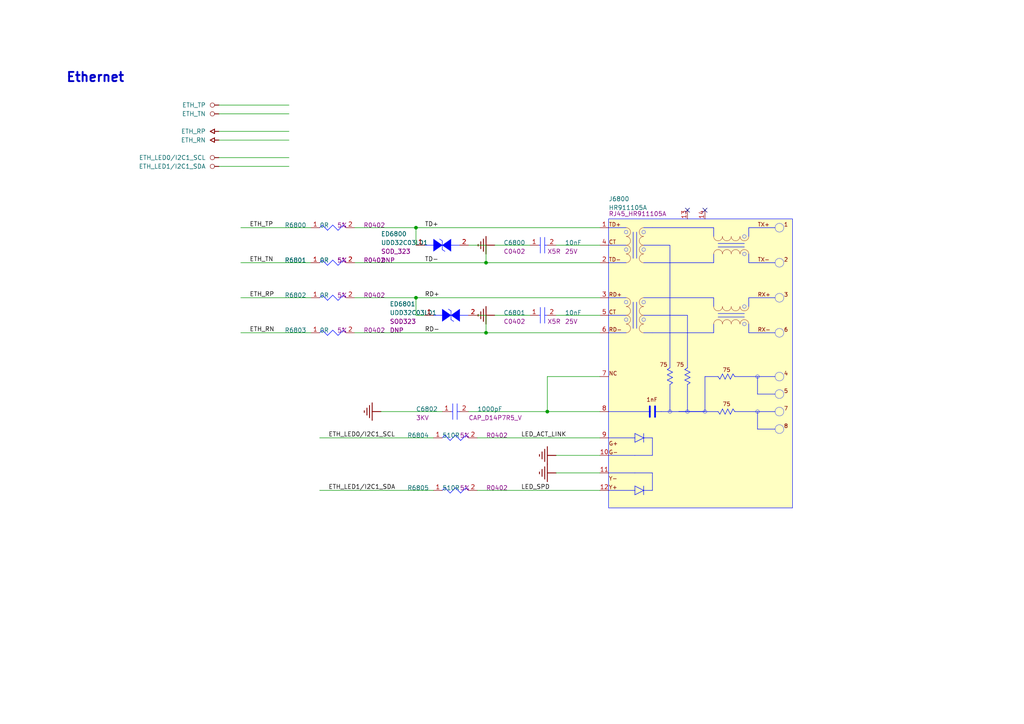
<source format=kicad_sch>
(kicad_sch (version 20250114) (generator "eeschema") (generator_version "9.0")
  (paper "A4")
  (lib_symbols
    (symbol "*:root_0_DIODE BI_DIR TRIG_*" (pin_names (hide yes))
      (symbol "root_0_DIODE BI_DIR TRIG_*_1_0"
        (polyline (pts (xy 0 -2.54) (xy 2.54 -2.54)) (stroke (width 0) (color 0 11 255 1)))
        (polyline (pts (xy 5.08 -1.27) (xy 4.318 -0.762)) (stroke (width 0) (color 0 11 255 1)))
        (polyline (pts (xy 5.08 -1.27) (xy 5.08 -3.81)) (stroke (width 0) (color 0 11 255 1)))
        (polyline (pts (xy 5.08 -2.54) (xy 5.08 -2.54) (xy 2.54 -4.318) (xy 2.54 -0.762) (xy 5.08 -2.54) (xy 5.08 -2.54)) (stroke (width 0.0254) (color 0 11 255 1)) (fill (type color) (color 0 0 255 1)))
        (polyline (pts (xy 5.08 -2.54) (xy 5.08 -2.54) (xy 7.62 -0.762) (xy 7.62 -4.318) (xy 5.08 -2.54) (xy 5.08 -2.54)) (stroke (width 0.0254) (color 0 11 255 1)) (fill (type color) (color 0 0 255 1)))
        (polyline (pts (xy 5.08 -3.81) (xy 5.842 -4.318)) (stroke (width 0) (color 0 11 255 1)))
        (polyline (pts (xy 7.62 -2.54) (xy 10.16 -2.54)) (stroke (width 0) (color 0 11 255 1)))
        (pin passive line (at -2.54 -2.54 0) (length 2.54) (name "1") (number "1"))
        (pin passive line (at 12.7 -2.54 180) (length 2.54) (name "2") (number "2"))
      )
    )
    (symbol "*:root_0_HR911105A_*" (pin_names (hide yes))
      (symbol "root_0_HR911105A_*_1_0"
        (polyline (pts (xy 0 -2.54) (xy 5.08 -2.54)) (stroke (width 0) (color 0 11 255 1)))
        (polyline (pts (xy 0 -7.62) (xy 5.08 -7.62)) (stroke (width 0) (color 0 11 255 1)))
        (polyline (pts (xy 0 -12.7) (xy 5.08 -12.7)) (stroke (width 0) (color 0 11 255 1)))
        (polyline (pts (xy 0 -22.86) (xy 5.08 -22.86)) (stroke (width 0) (color 0 11 255 1)))
        (polyline (pts (xy 0 -27.94) (xy 5.08 -27.94)) (stroke (width 0) (color 0 11 255 1)))
        (polyline (pts (xy 0 -33.02) (xy 5.08 -33.02)) (stroke (width 0) (color 0 11 255 1)))
        (polyline (pts (xy 0 -63.5) (xy 7.62 -63.5)) (stroke (width 0) (color 0 11 255 1)))
        (polyline (pts (xy 0 -68.58) (xy 7.62 -68.58)) (stroke (width 0) (color 0 11 255 1)))
        (polyline (pts (xy 0 -73.66) (xy 7.62 -73.66)) (stroke (width 0) (color 0 11 255 1)))
        (polyline (pts (xy 0 -78.74) (xy 7.62 -78.74)) (stroke (width 0) (color 0 11 255 1)))
        (arc (start 5.08 -2.54) (mid 5.978 -2.912) (end 6.35 -3.81) (stroke (width 0.0254)))
        (circle (center 5.08 -3.81) (radius 0.508) (stroke (width 0.0254) (color 0 11 255 1)) (fill (type color) (color 0 0 255 1)))
        (arc (start 6.35 -3.81) (mid 5.978 -4.708) (end 5.08 -5.08) (stroke (width 0.0254)))
        (arc (start 5.08 -5.08) (mid 5.978 -5.452) (end 6.35 -6.35) (stroke (width 0.0254)))
        (arc (start 6.35 -6.35) (mid 5.978 -7.248) (end 5.08 -7.62) (stroke (width 0.0254)))
        (arc (start 5.08 -7.62) (mid 5.978 -7.992) (end 6.35 -8.89) (stroke (width 0.0254)))
        (circle (center 5.08 -8.89) (radius 0.508) (stroke (width 0.0254) (color 0 11 255 1)) (fill (type color) (color 0 0 255 1)))
        (arc (start 6.35 -8.89) (mid 5.978 -9.788) (end 5.08 -10.16) (stroke (width 0.0254)))
        (arc (start 5.08 -10.16) (mid 5.978 -10.532) (end 6.35 -11.43) (stroke (width 0.0254)))
        (arc (start 6.35 -11.43) (mid 5.978 -12.328) (end 5.08 -12.7) (stroke (width 0.0254)))
        (arc (start 5.08 -22.86) (mid 5.978 -23.232) (end 6.35 -24.13) (stroke (width 0.0254)))
        (circle (center 5.08 -24.13) (radius 0.508) (stroke (width 0.0254) (color 0 11 255 1)) (fill (type color) (color 0 0 255 1)))
        (arc (start 6.35 -24.13) (mid 5.978 -25.028) (end 5.08 -25.4) (stroke (width 0.0254)))
        (arc (start 5.08 -25.4) (mid 5.978 -25.772) (end 6.35 -26.67) (stroke (width 0.0254)))
        (arc (start 6.35 -26.67) (mid 5.978 -27.568) (end 5.08 -27.94) (stroke (width 0.0254)))
        (arc (start 5.08 -27.94) (mid 5.978 -28.312) (end 6.35 -29.21) (stroke (width 0.0254)))
        (circle (center 5.08 -29.21) (radius 0.508) (stroke (width 0.0254) (color 0 11 255 1)) (fill (type color) (color 0 0 255 1)))
        (arc (start 6.35 -29.21) (mid 5.978 -30.108) (end 5.08 -30.48) (stroke (width 0.0254)))
        (arc (start 5.08 -30.48) (mid 5.978 -30.852) (end 6.35 -31.75) (stroke (width 0.0254)))
        (arc (start 6.35 -31.75) (mid 5.978 -32.648) (end 5.08 -33.02) (stroke (width 0.0254)))
        (polyline (pts (xy 7.112 -3.81) (xy 7.112 -11.43)) (stroke (width 0) (color 0 11 255 1)))
        (polyline (pts (xy 7.112 -24.13) (xy 7.112 -31.75)) (stroke (width 0) (color 0 11 255 1)))
        (polyline (pts (xy 7.62 -62.23) (xy 7.62 -63.5)) (stroke (width 0) (color 0 11 255 1)))
        (polyline (pts (xy 7.62 -62.23) (xy 10.16 -63.5)) (stroke (width 0) (color 0 11 255 1)))
        (polyline (pts (xy 7.62 -64.77) (xy 7.62 -63.5)) (stroke (width 0) (color 0 11 255 1)))
        (polyline (pts (xy 7.62 -64.77) (xy 10.16 -63.5)) (stroke (width 0) (color 0 11 255 1)))
        (polyline (pts (xy 7.62 -68.58) (xy 12.7 -68.58)) (stroke (width 0) (color 0 11 255 1)))
        (polyline (pts (xy 7.62 -73.66) (xy 12.7 -73.66)) (stroke (width 0) (color 0 11 255 1)))
        (polyline (pts (xy 7.62 -77.47) (xy 7.62 -78.74)) (stroke (width 0) (color 0 11 255 1)))
        (polyline (pts (xy 7.62 -77.47) (xy 10.16 -78.74)) (stroke (width 0) (color 0 11 255 1)))
        (polyline (pts (xy 7.62 -80.01) (xy 7.62 -78.74)) (stroke (width 0) (color 0 11 255 1)))
        (polyline (pts (xy 7.62 -80.01) (xy 10.16 -78.74)) (stroke (width 0) (color 0 11 255 1)))
        (polyline (pts (xy 8.128 -3.81) (xy 8.128 -11.43)) (stroke (width 0) (color 0 11 255 1)))
        (polyline (pts (xy 8.128 -24.13) (xy 8.128 -31.75)) (stroke (width 0) (color 0 11 255 1)))
        (arc (start 8.89 -3.81) (mid 9.262 -2.912) (end 10.16 -2.54) (stroke (width 0.0254)))
        (circle (center 10.16 -3.81) (radius 0.508) (stroke (width 0.0254) (color 0 11 255 1)) (fill (type color) (color 0 0 255 1)))
        (arc (start 10.16 -5.08) (mid 9.262 -4.708) (end 8.89 -3.81) (stroke (width 0.0254)))
        (arc (start 8.89 -6.35) (mid 9.262 -5.452) (end 10.16 -5.08) (stroke (width 0.0254)))
        (arc (start 10.16 -7.62) (mid 9.262 -7.248) (end 8.89 -6.35) (stroke (width 0.0254)))
        (polyline (pts (xy 10.16 -7.62) (xy 10.16 -7.62) (xy 17.78 -7.62) (xy 17.78 -43.18)) (stroke (width 0) (color 0 11 255 1)))
        (arc (start 8.89 -8.89) (mid 9.262 -7.992) (end 10.16 -7.62) (stroke (width 0.0254)))
        (circle (center 10.16 -8.89) (radius 0.508) (stroke (width 0.0254) (color 0 11 255 1)) (fill (type color) (color 0 0 255 1)))
        (arc (start 10.16 -10.16) (mid 9.262 -9.788) (end 8.89 -8.89) (stroke (width 0.0254)))
        (arc (start 8.89 -11.43) (mid 9.262 -10.532) (end 10.16 -10.16) (stroke (width 0.0254)))
        (arc (start 10.16 -12.7) (mid 9.262 -12.328) (end 8.89 -11.43) (stroke (width 0.0254)))
        (polyline (pts (xy 10.16 -12.7) (xy 12.7 -12.7)) (stroke (width 0) (color 0 11 255 1)))
        (arc (start 8.89 -24.13) (mid 9.262 -23.232) (end 10.16 -22.86) (stroke (width 0.0254)))
        (circle (center 10.16 -24.13) (radius 0.508) (stroke (width 0.0254) (color 0 11 255 1)) (fill (type color) (color 0 0 255 1)))
        (arc (start 10.16 -25.4) (mid 9.262 -25.028) (end 8.89 -24.13) (stroke (width 0.0254)))
        (arc (start 8.89 -26.67) (mid 9.262 -25.772) (end 10.16 -25.4) (stroke (width 0.0254)))
        (arc (start 10.16 -27.94) (mid 9.262 -27.568) (end 8.89 -26.67) (stroke (width 0.0254)))
        (polyline (pts (xy 10.16 -27.94) (xy 10.16 -27.94) (xy 22.86 -27.94) (xy 22.86 -43.18)) (stroke (width 0) (color 0 11 255 1)))
        (arc (start 8.89 -29.21) (mid 9.262 -28.312) (end 10.16 -27.94) (stroke (width 0.0254)))
        (circle (center 10.16 -29.21) (radius 0.508) (stroke (width 0.0254) (color 0 11 255 1)) (fill (type color) (color 0 0 255 1)))
        (arc (start 10.16 -30.48) (mid 9.262 -30.108) (end 8.89 -29.21) (stroke (width 0.0254)))
        (arc (start 8.89 -31.75) (mid 9.262 -30.852) (end 10.16 -30.48) (stroke (width 0.0254)))
        (arc (start 10.16 -33.02) (mid 9.262 -32.648) (end 8.89 -31.75) (stroke (width 0.0254)))
        (polyline (pts (xy 10.16 -33.02) (xy 12.7 -33.02)) (stroke (width 0) (color 0 11 255 1)))
        (polyline (pts (xy 10.16 -62.23) (xy 10.16 -64.77)) (stroke (width 0) (color 0 11 255 1)))
        (polyline (pts (xy 10.16 -63.5) (xy 10.414 -63.5)) (stroke (width 0) (color 0 11 255 1)))
        (polyline (pts (xy 10.16 -77.47) (xy 10.16 -80.01)) (stroke (width 0) (color 0 11 255 1)))
        (polyline (pts (xy 10.16 -78.74) (xy 12.7 -78.74)) (stroke (width 0) (color 0 11 255 1)))
        (polyline (pts (xy 11.938 -54.356) (xy 11.938 -57.404)) (stroke (width 0.508) (color 0 11 255 1)))
        (polyline (pts (xy 12.192 -55.88) (xy 0 -55.88)) (stroke (width 0) (color 0 11 255 1)))
        (polyline (pts (xy 12.7 -2.54) (xy 10.16 -2.54)) (stroke (width 0) (color 0 11 255 1)))
        (polyline (pts (xy 12.7 -22.86) (xy 10.16 -22.86)) (stroke (width 0) (color 0 11 255 1)))
        (polyline (pts (xy 12.7 -63.5) (xy 10.16 -63.5)) (stroke (width 0) (color 0 11 255 1)))
        (polyline (pts (xy 12.7 -63.5) (xy 12.7 -68.58)) (stroke (width 0) (color 0 11 255 1)))
        (polyline (pts (xy 12.7 -78.74) (xy 12.7 -73.66)) (stroke (width 0) (color 0 11 255 1)))
        (polyline (pts (xy 13.462 -54.356) (xy 13.462 -57.404)) (stroke (width 0.508) (color 0 11 255 1)))
        (polyline (pts (xy 15.24 -55.88) (xy 13.462 -55.88)) (stroke (width 0) (color 0 11 255 1)))
        (polyline (pts (xy 17.018 -43.688) (xy 17.78 -43.18)) (stroke (width 0) (color 0 11 255 1)))
        (polyline (pts (xy 17.018 -43.688) (xy 18.542 -44.45)) (stroke (width 0) (color 0 11 255 1)))
        (polyline (pts (xy 17.018 -45.212) (xy 18.542 -45.974)) (stroke (width 0) (color 0 11 255 1)))
        (polyline (pts (xy 17.018 -46.736) (xy 18.542 -47.498)) (stroke (width 0) (color 0 11 255 1)))
        (polyline (pts (xy 17.78 -48.006) (xy 17.78 -55.88)) (stroke (width 0) (color 0 11 255 1)))
        (circle (center 17.78 -55.88) (radius 0.508) (stroke (width 0.0254) (color 0 11 255 1)) (fill (type color) (color 0 0 255 1)))
        (polyline (pts (xy 18.542 -44.45) (xy 17.018 -45.212)) (stroke (width 0) (color 0 11 255 1)))
        (polyline (pts (xy 18.542 -45.974) (xy 17.018 -46.736)) (stroke (width 0) (color 0 11 255 1)))
        (polyline (pts (xy 18.542 -47.498) (xy 17.78 -48.006)) (stroke (width 0) (color 0 11 255 1)))
        (polyline (pts (xy 22.098 -43.688) (xy 22.86 -43.18)) (stroke (width 0) (color 0 11 255 1)))
        (polyline (pts (xy 22.098 -43.688) (xy 23.622 -44.45)) (stroke (width 0) (color 0 11 255 1)))
        (polyline (pts (xy 22.098 -45.212) (xy 23.622 -45.974)) (stroke (width 0) (color 0 11 255 1)))
        (polyline (pts (xy 22.098 -46.736) (xy 23.622 -47.498)) (stroke (width 0) (color 0 11 255 1)))
        (polyline (pts (xy 22.86 -48.006) (xy 22.86 -55.88)) (stroke (width 0) (color 0 11 255 1)))
        (circle (center 22.86 -55.88) (radius 0.508) (stroke (width 0.0254) (color 0 11 255 1)) (fill (type color) (color 0 0 255 1)))
        (polyline (pts (xy 23.622 -44.45) (xy 22.098 -45.212)) (stroke (width 0) (color 0 11 255 1)))
        (polyline (pts (xy 23.622 -45.974) (xy 22.098 -46.736)) (stroke (width 0) (color 0 11 255 1)))
        (polyline (pts (xy 23.622 -47.498) (xy 22.86 -48.006)) (stroke (width 0) (color 0 11 255 1)))
        (polyline (pts (xy 27.94 -45.72) (xy 27.94 -55.88)) (stroke (width 0) (color 0 11 255 1)))
        (polyline (pts (xy 27.94 -55.88) (xy 15.24 -55.88)) (stroke (width 0) (color 0 11 255 1)))
        (circle (center 27.94 -55.88) (radius 0.508) (stroke (width 0.0254) (color 0 11 255 1)) (fill (type color) (color 0 0 255 1)))
        (polyline (pts (xy 30.48 -2.54) (xy 12.7 -2.54)) (stroke (width 0) (color 0 11 255 1)))
        (polyline (pts (xy 30.48 -2.54) (xy 30.48 -5.08)) (stroke (width 0) (color 0 11 255 1)))
        (polyline (pts (xy 30.48 -12.7) (xy 12.7 -12.7)) (stroke (width 0) (color 0 11 255 1)))
        (polyline (pts (xy 30.48 -12.7) (xy 30.48 -10.16)) (stroke (width 0) (color 0 11 255 1)))
        (polyline (pts (xy 30.48 -22.86) (xy 12.7 -22.86)) (stroke (width 0) (color 0 11 255 1)))
        (polyline (pts (xy 30.48 -22.86) (xy 30.48 -25.4)) (stroke (width 0) (color 0 11 255 1)))
        (polyline (pts (xy 30.48 -33.02) (xy 12.7 -33.02)) (stroke (width 0) (color 0 11 255 1)))
        (polyline (pts (xy 30.48 -33.02) (xy 30.48 -30.48)) (stroke (width 0) (color 0 11 255 1)))
        (arc (start 31.75 -6.35) (mid 30.852 -5.978) (end 30.48 -5.08) (stroke (width 0.0254)))
        (arc (start 33.02 -5.08) (mid 32.648 -5.978) (end 31.75 -6.35) (stroke (width 0.0254)))
        (polyline (pts (xy 31.75 -7.112) (xy 39.37 -7.112)) (stroke (width 0) (color 0 11 255 1)))
        (polyline (pts (xy 31.75 -8.128) (xy 39.37 -8.128)) (stroke (width 0) (color 0 11 255 1)))
        (arc (start 30.48 -10.16) (mid 30.852 -9.262) (end 31.75 -8.89) (stroke (width 0.0254)))
        (arc (start 31.75 -8.89) (mid 32.648 -9.262) (end 33.02 -10.16) (stroke (width 0.0254)))
        (arc (start 31.75 -26.67) (mid 30.852 -26.298) (end 30.48 -25.4) (stroke (width 0.0254)))
        (arc (start 33.02 -25.4) (mid 32.648 -26.298) (end 31.75 -26.67) (stroke (width 0.0254)))
        (polyline (pts (xy 31.75 -27.432) (xy 39.37 -27.432)) (stroke (width 0) (color 0 11 255 1)))
        (polyline (pts (xy 31.75 -28.448) (xy 39.37 -28.448)) (stroke (width 0) (color 0 11 255 1)))
        (arc (start 30.48 -30.48) (mid 30.852 -29.582) (end 31.75 -29.21) (stroke (width 0.0254)))
        (arc (start 31.75 -29.21) (mid 32.648 -29.582) (end 33.02 -30.48) (stroke (width 0.0254)))
        (polyline (pts (xy 31.75 -45.72) (xy 27.94 -45.72)) (stroke (width 0) (color 0 11 255 1)))
        (polyline (pts (xy 31.75 -55.88) (xy 20.32 -55.88)) (stroke (width 0) (color 0 11 255 1)))
        (polyline (pts (xy 32.258 -46.482) (xy 31.75 -45.72)) (stroke (width 0) (color 0 11 255 1)))
        (polyline (pts (xy 32.258 -46.482) (xy 33.02 -44.958)) (stroke (width 0) (color 0 11 255 1)))
        (polyline (pts (xy 32.258 -56.642) (xy 31.75 -55.88)) (stroke (width 0) (color 0 11 255 1)))
        (polyline (pts (xy 32.258 -56.642) (xy 33.02 -55.118)) (stroke (width 0) (color 0 11 255 1)))
        (polyline (pts (xy 33.02 -44.958) (xy 33.782 -46.482)) (stroke (width 0) (color 0 11 255 1)))
        (polyline (pts (xy 33.02 -55.118) (xy 33.782 -56.642)) (stroke (width 0) (color 0 11 255 1)))
        (polyline (pts (xy 33.782 -46.482) (xy 34.544 -44.958)) (stroke (width 0) (color 0 11 255 1)))
        (polyline (pts (xy 33.782 -56.642) (xy 34.544 -55.118)) (stroke (width 0) (color 0 11 255 1)))
        (arc (start 34.29 -6.35) (mid 33.392 -5.978) (end 33.02 -5.08) (stroke (width 0.0254)))
        (arc (start 35.56 -5.08) (mid 35.188 -5.978) (end 34.29 -6.35) (stroke (width 0.0254)))
        (arc (start 33.02 -10.16) (mid 33.392 -9.262) (end 34.29 -8.89) (stroke (width 0.0254)))
        (arc (start 34.29 -8.89) (mid 35.188 -9.262) (end 35.56 -10.16) (stroke (width 0.0254)))
        (arc (start 34.29 -26.67) (mid 33.392 -26.298) (end 33.02 -25.4) (stroke (width 0.0254)))
        (arc (start 35.56 -25.4) (mid 35.188 -26.298) (end 34.29 -26.67) (stroke (width 0.0254)))
        (arc (start 33.02 -30.48) (mid 33.392 -29.582) (end 34.29 -29.21) (stroke (width 0.0254)))
        (arc (start 34.29 -29.21) (mid 35.188 -29.582) (end 35.56 -30.48) (stroke (width 0.0254)))
        (polyline (pts (xy 34.544 -44.958) (xy 35.306 -46.482)) (stroke (width 0) (color 0 11 255 1)))
        (polyline (pts (xy 34.544 -55.118) (xy 35.306 -56.642)) (stroke (width 0) (color 0 11 255 1)))
        (polyline (pts (xy 35.306 -46.482) (xy 36.068 -44.958)) (stroke (width 0) (color 0 11 255 1)))
        (polyline (pts (xy 35.306 -56.642) (xy 36.068 -55.118)) (stroke (width 0) (color 0 11 255 1)))
        (polyline (pts (xy 36.068 -44.958) (xy 36.576 -45.72)) (stroke (width 0) (color 0 11 255 1)))
        (polyline (pts (xy 36.068 -55.118) (xy 36.576 -55.88)) (stroke (width 0) (color 0 11 255 1)))
        (polyline (pts (xy 36.576 -45.72) (xy 48.26 -45.72)) (stroke (width 0) (color 0 11 255 1)))
        (polyline (pts (xy 36.576 -55.88) (xy 48.26 -55.88)) (stroke (width 0) (color 0 11 255 1)))
        (arc (start 36.83 -6.35) (mid 35.932 -5.978) (end 35.56 -5.08) (stroke (width 0.0254)))
        (arc (start 38.1 -5.08) (mid 37.728 -5.978) (end 36.83 -6.35) (stroke (width 0.0254)))
        (arc (start 35.56 -10.16) (mid 35.932 -9.262) (end 36.83 -8.89) (stroke (width 0.0254)))
        (arc (start 36.83 -8.89) (mid 37.728 -9.262) (end 38.1 -10.16) (stroke (width 0.0254)))
        (arc (start 36.83 -26.67) (mid 35.932 -26.298) (end 35.56 -25.4) (stroke (width 0.0254)))
        (arc (start 38.1 -25.4) (mid 37.728 -26.298) (end 36.83 -26.67) (stroke (width 0.0254)))
        (arc (start 35.56 -30.48) (mid 35.932 -29.582) (end 36.83 -29.21) (stroke (width 0.0254)))
        (arc (start 36.83 -29.21) (mid 37.728 -29.582) (end 38.1 -30.48) (stroke (width 0.0254)))
        (circle (center 39.37 -5.08) (radius 0.508) (stroke (width 0.0254) (color 0 11 255 1)) (fill (type color) (color 0 0 255 1)))
        (arc (start 39.37 -6.35) (mid 38.472 -5.978) (end 38.1 -5.08) (stroke (width 0.0254)))
        (arc (start 40.64 -5.08) (mid 40.268 -5.978) (end 39.37 -6.35) (stroke (width 0.0254)))
        (arc (start 38.1 -10.16) (mid 38.472 -9.262) (end 39.37 -8.89) (stroke (width 0.0254)))
        (arc (start 39.37 -8.89) (mid 40.268 -9.262) (end 40.64 -10.16) (stroke (width 0.0254)))
        (circle (center 39.37 -10.16) (radius 0.508) (stroke (width 0.0254) (color 0 11 255 1)) (fill (type color) (color 0 0 255 1)))
        (circle (center 39.37 -25.4) (radius 0.508) (stroke (width 0.0254) (color 0 11 255 1)) (fill (type color) (color 0 0 255 1)))
        (arc (start 39.37 -26.67) (mid 38.472 -26.298) (end 38.1 -25.4) (stroke (width 0.0254)))
        (arc (start 40.64 -25.4) (mid 40.268 -26.298) (end 39.37 -26.67) (stroke (width 0.0254)))
        (arc (start 38.1 -30.48) (mid 38.472 -29.582) (end 39.37 -29.21) (stroke (width 0.0254)))
        (arc (start 39.37 -29.21) (mid 40.268 -29.582) (end 40.64 -30.48) (stroke (width 0.0254)))
        (circle (center 39.37 -30.48) (radius 0.508) (stroke (width 0.0254) (color 0 11 255 1)) (fill (type color) (color 0 0 255 1)))
        (polyline (pts (xy 40.64 -5.08) (xy 40.64 -2.54)) (stroke (width 0) (color 0 11 255 1)))
        (polyline (pts (xy 40.64 -10.16) (xy 40.64 -12.7)) (stroke (width 0) (color 0 11 255 1)))
        (polyline (pts (xy 40.64 -25.4) (xy 40.64 -22.86)) (stroke (width 0) (color 0 11 255 1)))
        (polyline (pts (xy 40.64 -30.48) (xy 40.64 -33.02)) (stroke (width 0) (color 0 11 255 1)))
        (polyline (pts (xy 43.18 -45.72) (xy 43.18 -50.8)) (stroke (width 0) (color 0 11 255 1)))
        (circle (center 43.18 -45.72) (radius 0.508) (stroke (width 0.0254) (color 0 11 255 1)) (fill (type color) (color 0 0 255 1)))
        (polyline (pts (xy 43.18 -50.8) (xy 48.26 -50.8)) (stroke (width 0) (color 0 11 255 1)))
        (polyline (pts (xy 43.18 -55.88) (xy 43.18 -60.96)) (stroke (width 0) (color 0 11 255 1)))
        (circle (center 43.18 -55.88) (radius 0.508) (stroke (width 0.0254) (color 0 11 255 1)) (fill (type color) (color 0 0 255 1)))
        (polyline (pts (xy 43.18 -60.96) (xy 48.26 -60.96)) (stroke (width 0) (color 0 11 255 1)))
        (polyline (pts (xy 48.26 -2.54) (xy 40.64 -2.54)) (stroke (width 0) (color 0 11 255 1)))
        (polyline (pts (xy 48.26 -12.7) (xy 40.64 -12.7)) (stroke (width 0) (color 0 11 255 1)))
        (polyline (pts (xy 48.26 -22.86) (xy 40.64 -22.86)) (stroke (width 0) (color 0 11 255 1)))
        (polyline (pts (xy 48.26 -33.02) (xy 40.64 -33.02)) (stroke (width 0) (color 0 11 255 1)))
        (circle (center 49.53 -2.54) (radius 1.27) (stroke (width 0.0254) (color 0 11 255 1)))
        (circle (center 49.53 -12.7) (radius 1.27) (stroke (width 0.0254) (color 0 11 255 1)))
        (circle (center 49.53 -22.86) (radius 1.27) (stroke (width 0.0254) (color 0 11 255 1)))
        (circle (center 49.53 -33.02) (radius 1.27) (stroke (width 0.0254) (color 0 11 255 1)))
        (circle (center 49.53 -45.72) (radius 1.27) (stroke (width 0.0254) (color 0 11 255 1)))
        (circle (center 49.53 -50.8) (radius 1.27) (stroke (width 0.0254) (color 0 11 255 1)))
        (circle (center 49.53 -55.88) (radius 1.27) (stroke (width 0.0254) (color 0 11 255 1)))
        (circle (center 49.53 -60.96) (radius 1.27) (stroke (width 0.0254) (color 0 11 255 1)))
        (rectangle (start 53.34 0) (end 0 -83.82) (stroke (width 0) (color 0 11 255 1)) (fill (type background)))
        (text "TD+" (at 0 -2.286 0) (effects (font (size 1.143 1.143)) (justify left bottom)))
        (text "CT" (at 0 -7.366 0) (effects (font (size 1.143 1.143)) (justify left bottom)))
        (text "TD-" (at 0 -12.446 0) (effects (font (size 1.143 1.143)) (justify left bottom)))
        (text "RD+" (at 0 -22.606 0) (effects (font (size 1.143 1.143)) (justify left bottom)))
        (text "CT" (at 0 -27.686 0) (effects (font (size 1.143 1.143)) (justify left bottom)))
        (text "RD-" (at 0 -32.766 0) (effects (font (size 1.143 1.143)) (justify left bottom)))
        (text "NC" (at 0 -45.466 0) (effects (font (size 1.143 1.143)) (justify left bottom)))
        (text "G+" (at 0 -65.786 0) (effects (font (size 1.143 1.143)) (justify left bottom)))
        (text "G-" (at 0 -68.326 0) (effects (font (size 1.143 1.143)) (justify left bottom)))
        (text "Y-" (at 0 -75.946 0) (effects (font (size 1.143 1.143)) (justify left bottom)))
        (text "Y+" (at 0 -78.486 0) (effects (font (size 1.143 1.143)) (justify left bottom)))
        (text "1nF" (at 10.922 -53.086 0) (effects (font (size 1.143 1.143)) (justify left bottom)))
        (text "75" (at 14.732 -42.926 0) (effects (font (size 1.143 1.143)) (justify left bottom)))
        (text "75" (at 19.558 -42.926 0) (effects (font (size 1.143 1.143)) (justify left bottom)))
        (text "75" (at 33.02 -44.45 0) (effects (font (size 1.143 1.143)) (justify left bottom)))
        (text "75" (at 33.02 -54.356 0) (effects (font (size 1.143 1.143)) (justify left bottom)))
        (text "TX+" (at 43.18 -2.286 0) (effects (font (size 1.143 1.143)) (justify left bottom)))
        (text "TX-" (at 43.18 -12.446 0) (effects (font (size 1.143 1.143)) (justify left bottom)))
        (text "RX+" (at 43.18 -22.606 0) (effects (font (size 1.143 1.143)) (justify left bottom)))
        (text "RX-" (at 43.18 -32.766 0) (effects (font (size 1.143 1.143)) (justify left bottom)))
        (text "1" (at 50.8 -2.286 0) (effects (font (size 1.143 1.143)) (justify left bottom)))
        (text "2" (at 50.8 -12.446 0) (effects (font (size 1.143 1.143)) (justify left bottom)))
        (text "3" (at 50.8 -22.606 0) (effects (font (size 1.143 1.143)) (justify left bottom)))
        (text "6" (at 50.8 -32.766 0) (effects (font (size 1.143 1.143)) (justify left bottom)))
        (text "4" (at 50.8 -45.466 0) (effects (font (size 1.143 1.143)) (justify left bottom)))
        (text "5" (at 50.8 -50.546 0) (effects (font (size 1.143 1.143)) (justify left bottom)))
        (text "7" (at 50.8 -55.626 0) (effects (font (size 1.143 1.143)) (justify left bottom)))
        (text "8" (at 50.8 -60.706 0) (effects (font (size 1.143 1.143)) (justify left bottom)))
        (pin passive line (at -2.54 -2.54 0) (length 2.54) (name "P1") (number "1"))
        (pin passive line (at -2.54 -7.62 0) (length 2.54) (name "P4") (number "4"))
        (pin passive line (at -2.54 -12.7 0) (length 2.54) (name "P2") (number "2"))
        (pin passive line (at -2.54 -22.86 0) (length 2.54) (name "P3") (number "3"))
        (pin passive line (at -2.54 -27.94 0) (length 2.54) (name "P5") (number "5"))
        (pin passive line (at -2.54 -33.02 0) (length 2.54) (name "P6") (number "6"))
        (pin passive line (at -2.54 -45.72 0) (length 2.54) (name "P7") (number "7"))
        (pin passive line (at -2.54 -55.88 0) (length 2.54) (name "P8") (number "8"))
        (pin passive line (at -2.54 -63.5 0) (length 2.54) (name "G+") (number "9"))
        (pin passive line (at -2.54 -68.58 0) (length 2.54) (name "G-") (number "10"))
        (pin passive line (at -2.54 -73.66 0) (length 2.54) (name "Y-") (number "11"))
        (pin passive line (at -2.54 -78.74 0) (length 2.54) (name "Y+") (number "12"))
        (pin passive line (at 22.86 2.54 270) (length 2.54) (name "P13") (number "13"))
        (pin passive line (at 27.94 2.54 270) (length 2.54) (name "P14") (number "14"))
      )
    )
    (symbol "*:root_1_CAP NP_*" (pin_names (hide yes))
      (symbol "root_1_CAP NP_*_1_0"
        (polyline (pts (xy 0 2.54) (xy 0.508 2.54)) (stroke (width 0) (color 0 11 255 1)))
        (polyline (pts (xy 0.508 0.254) (xy 0.508 4.826)) (stroke (width 0) (color 0 11 255 1)))
        (polyline (pts (xy 1.778 0.254) (xy 1.778 4.826)) (stroke (width 0) (color 0 11 255 1)))
        (polyline (pts (xy 2.54 2.54) (xy 1.778 2.54)) (stroke (width 0) (color 0 11 255 1)))
        (pin passive line (at -2.54 2.54 0) (length 2.54) (name "1") (number "1"))
        (pin passive line (at 5.08 2.54 180) (length 2.54) (name "2") (number "2"))
      )
    )
    (symbol "*:root_1_RESISTOR_Dup1_*" (pin_names (hide yes))
      (symbol "root_1_RESISTOR_Dup1_*_1_0"
        (polyline (pts (xy 0 2.54) (xy 0.762 3.302)) (stroke (width 0) (color 0 11 255 1)))
        (polyline (pts (xy 0.762 3.302) (xy 2.286 1.778)) (stroke (width 0) (color 0 11 255 1)))
        (polyline (pts (xy 2.286 1.778) (xy 3.81 3.302)) (stroke (width 0) (color 0 11 255 1)))
        (polyline (pts (xy 3.81 3.302) (xy 5.334 1.778)) (stroke (width 0) (color 0 11 255 1)))
        (polyline (pts (xy 5.334 1.778) (xy 6.858 3.302)) (stroke (width 0) (color 0 11 255 1)))
        (polyline (pts (xy 6.858 3.302) (xy 7.62 2.54)) (stroke (width 0) (color 0 11 255 1)))
        (pin passive line (at -2.54 2.54 0) (length 2.54) (name "1") (number "1"))
        (pin passive line (at 10.16 2.54 180) (length 2.54) (name "2") (number "2"))
      )
    )
    (symbol "RV1106G_EVB1_V11_20220401LX-altium-import:ETH_LED0/I2C1_SCL_CIRCLE" (power)
      (property "Value" "ETH_LED0/I2C1_SCL" (at 0 -3.81 0))
      (symbol "ETH_LED0/I2C1_SCL_CIRCLE_0_0"
        (polyline (pts (xy 0 0) (xy 0 -1.27)) (stroke (width 0.254)))
        (circle (center 0 -1.905) (radius 0.635) (stroke (width 0.127)))
        (pin power_in line (at 0 0 0) (length 0) (hide yes) (name "ETH_LED0/I2C1_SCL") (number ""))
      )
    )
    (symbol "RV1106G_EVB1_V11_20220401LX-altium-import:ETH_LED1/I2C1_SDA_CIRCLE" (power)
      (property "Value" "ETH_LED1/I2C1_SDA" (at 0 -3.81 0))
      (symbol "ETH_LED1/I2C1_SDA_CIRCLE_0_0"
        (polyline (pts (xy 0 0) (xy 0 -1.27)) (stroke (width 0.254)))
        (circle (center 0 -1.905) (radius 0.635) (stroke (width 0.127)))
        (pin power_in line (at 0 0 0) (length 0) (hide yes) (name "ETH_LED1/I2C1_SDA") (number ""))
      )
    )
    (symbol "RV1106G_EVB1_V11_20220401LX-altium-import:ETH_RN_ARROW" (power)
      (property "Value" "ETH_RN" (at 0 -3.81 0))
      (symbol "ETH_RN_ARROW_0_0"
        (polyline (pts (xy -0.635 -1.27) (xy 0.635 -1.27) (xy 0 -2.54) (xy -0.635 -1.27)) (stroke (width 0.254)))
        (polyline (pts (xy 0 0) (xy 0 -1.27)) (stroke (width 0.254)))
        (pin power_in line (at 0 0 0) (length 0) (hide yes) (name "ETH_RN") (number ""))
      )
    )
    (symbol "RV1106G_EVB1_V11_20220401LX-altium-import:ETH_RP_ARROW" (power)
      (property "Value" "ETH_RP" (at 0 -3.81 0))
      (symbol "ETH_RP_ARROW_0_0"
        (polyline (pts (xy -0.635 -1.27) (xy 0.635 -1.27) (xy 0 -2.54) (xy -0.635 -1.27)) (stroke (width 0.254)))
        (polyline (pts (xy 0 0) (xy 0 -1.27)) (stroke (width 0.254)))
        (pin power_in line (at 0 0 0) (length 0) (hide yes) (name "ETH_RP") (number ""))
      )
    )
    (symbol "RV1106G_EVB1_V11_20220401LX-altium-import:ETH_TN_CIRCLE" (power)
      (property "Value" "ETH_TN" (at 0 -3.81 0))
      (symbol "ETH_TN_CIRCLE_0_0"
        (polyline (pts (xy 0 0) (xy 0 -1.27)) (stroke (width 0.254)))
        (circle (center 0 -1.905) (radius 0.635) (stroke (width 0.127)))
        (pin power_in line (at 0 0 0) (length 0) (hide yes) (name "ETH_TN") (number ""))
      )
    )
    (symbol "RV1106G_EVB1_V11_20220401LX-altium-import:ETH_TP_CIRCLE" (power)
      (property "Value" "ETH_TP" (at 0 -3.81 0))
      (symbol "ETH_TP_CIRCLE_0_0"
        (polyline (pts (xy 0 0) (xy 0 -1.27)) (stroke (width 0.254)))
        (circle (center 0 -1.905) (radius 0.635) (stroke (width 0.127)))
        (pin power_in line (at 0 0 0) (length 0) (hide yes) (name "ETH_TP") (number ""))
      )
    )
    (symbol "RV1106G_EVB1_V11_20220401LX-altium-import:GND_POWER_GROUND" (power)
      (property "Value" "GND" (at 0 -6.35 0))
      (symbol "GND_POWER_GROUND_0_0"
        (polyline (pts (xy -2.54 -2.54) (xy 2.54 -2.54)) (stroke (width 0.254)))
        (polyline (pts (xy -1.778 -3.302) (xy 1.778 -3.302)) (stroke (width 0.254)))
        (polyline (pts (xy -1.016 -4.064) (xy 1.016 -4.064)) (stroke (width 0.254)))
        (polyline (pts (xy -0.254 -4.826) (xy 0.254 -4.826)) (stroke (width 0.254)))
        (polyline (pts (xy 0 0) (xy 0 -2.54)) (stroke (width 0.254)))
        (pin power_in line (at 0 0 0) (length 0) (hide yes) (name "GND") (number ""))
      )
    )
    (symbol "root_0_DIODE BI_DIR TRIG_*_1" (pin_names (hide yes))
      (symbol "root_0_DIODE BI_DIR TRIG_*_1_1_0"
        (polyline (pts (xy 0 -2.54) (xy 2.54 -2.54)) (stroke (width 0) (color 0 11 255 1)))
        (polyline (pts (xy 5.08 -1.27) (xy 4.318 -0.762)) (stroke (width 0) (color 0 11 255 1)))
        (polyline (pts (xy 5.08 -1.27) (xy 5.08 -3.81)) (stroke (width 0) (color 0 11 255 1)))
        (polyline (pts (xy 5.08 -2.54) (xy 5.08 -2.54) (xy 2.54 -4.318) (xy 2.54 -0.762) (xy 5.08 -2.54) (xy 5.08 -2.54)) (stroke (width 0.0254) (color 0 11 255 1)) (fill (type color) (color 0 0 255 1)))
        (polyline (pts (xy 5.08 -2.54) (xy 5.08 -2.54) (xy 7.62 -0.762) (xy 7.62 -4.318) (xy 5.08 -2.54) (xy 5.08 -2.54)) (stroke (width 0.0254) (color 0 11 255 1)) (fill (type color) (color 0 0 255 1)))
        (polyline (pts (xy 5.08 -3.81) (xy 5.842 -4.318)) (stroke (width 0) (color 0 11 255 1)))
        (polyline (pts (xy 7.62 -2.54) (xy 10.16 -2.54)) (stroke (width 0) (color 0 11 255 1)))
        (pin passive line (at -2.54 -2.54 0) (length 2.54) (name "1") (number "1"))
        (pin passive line (at 12.7 -2.54 180) (length 2.54) (name "2") (number "2"))
      )
    )
    (symbol "root_1_CAP NP_*_1" (pin_names (hide yes))
      (symbol "root_1_CAP NP_*_1_1_0"
        (polyline (pts (xy 0 2.54) (xy 0.508 2.54)) (stroke (width 0) (color 0 11 255 1)))
        (polyline (pts (xy 0.508 0.254) (xy 0.508 4.826)) (stroke (width 0) (color 0 11 255 1)))
        (polyline (pts (xy 1.778 0.254) (xy 1.778 4.826)) (stroke (width 0) (color 0 11 255 1)))
        (polyline (pts (xy 2.54 2.54) (xy 1.778 2.54)) (stroke (width 0) (color 0 11 255 1)))
        (pin passive line (at -2.54 2.54 0) (length 2.54) (name "1") (number "1"))
        (pin passive line (at 5.08 2.54 180) (length 2.54) (name "2") (number "2"))
      )
    )
    (symbol "root_1_CAP NP_*_2" (pin_names (hide yes))
      (symbol "root_1_CAP NP_*_2_1_0"
        (polyline (pts (xy 0 2.54) (xy 0.508 2.54)) (stroke (width 0) (color 0 11 255 1)))
        (polyline (pts (xy 0.508 0.254) (xy 0.508 4.826)) (stroke (width 0) (color 0 11 255 1)))
        (polyline (pts (xy 1.778 0.254) (xy 1.778 4.826)) (stroke (width 0) (color 0 11 255 1)))
        (polyline (pts (xy 2.54 2.54) (xy 1.778 2.54)) (stroke (width 0) (color 0 11 255 1)))
        (pin passive line (at -2.54 2.54 0) (length 2.54) (name "1") (number "1"))
        (pin passive line (at 5.08 2.54 180) (length 2.54) (name "2") (number "2"))
      )
    )
    (symbol "root_1_RESISTOR_Dup1_*_1" (pin_names (hide yes))
      (symbol "root_1_RESISTOR_Dup1_*_1_1_0"
        (polyline (pts (xy 0 2.54) (xy 0.762 3.302)) (stroke (width 0) (color 0 11 255 1)))
        (polyline (pts (xy 0.762 3.302) (xy 2.286 1.778)) (stroke (width 0) (color 0 11 255 1)))
        (polyline (pts (xy 2.286 1.778) (xy 3.81 3.302)) (stroke (width 0) (color 0 11 255 1)))
        (polyline (pts (xy 3.81 3.302) (xy 5.334 1.778)) (stroke (width 0) (color 0 11 255 1)))
        (polyline (pts (xy 5.334 1.778) (xy 6.858 3.302)) (stroke (width 0) (color 0 11 255 1)))
        (polyline (pts (xy 6.858 3.302) (xy 7.62 2.54)) (stroke (width 0) (color 0 11 255 1)))
        (pin passive line (at -2.54 2.54 0) (length 2.54) (name "1") (number "1"))
        (pin passive line (at 10.16 2.54 180) (length 2.54) (name "2") (number "2"))
      )
    )
    (symbol "root_1_RESISTOR_Dup1_*_2" (pin_names (hide yes))
      (symbol "root_1_RESISTOR_Dup1_*_2_1_0"
        (polyline (pts (xy 0 2.54) (xy 0.762 3.302)) (stroke (width 0) (color 0 11 255 1)))
        (polyline (pts (xy 0.762 3.302) (xy 2.286 1.778)) (stroke (width 0) (color 0 11 255 1)))
        (polyline (pts (xy 2.286 1.778) (xy 3.81 3.302)) (stroke (width 0) (color 0 11 255 1)))
        (polyline (pts (xy 3.81 3.302) (xy 5.334 1.778)) (stroke (width 0) (color 0 11 255 1)))
        (polyline (pts (xy 5.334 1.778) (xy 6.858 3.302)) (stroke (width 0) (color 0 11 255 1)))
        (polyline (pts (xy 6.858 3.302) (xy 7.62 2.54)) (stroke (width 0) (color 0 11 255 1)))
        (pin passive line (at -2.54 2.54 0) (length 2.54) (name "1") (number "1"))
        (pin passive line (at 10.16 2.54 180) (length 2.54) (name "2") (number "2"))
      )
    )
  )
  (text "Ethernet" (at 19.05 24.13 0) (effects (font (size 2.667 2.667) (thickness 0.5334) (bold yes)) (justify left bottom)))
  (junction (at 120.65 66.04))
  (junction (at 120.65 86.36))
  (junction (at 140.97 96.52))
  (junction (at 158.75 119.38))
  (junction (at 140.97 76.2))
  (no_connect (at 204.47 60.96))
  (no_connect (at 199.39 60.96))
  (wire (pts (xy 173.99 132.08) (xy 161.29 132.08)))
  (wire (pts (xy 90.17 76.2) (xy 69.85 76.2)))
  (wire (pts (xy 125.73 127) (xy 92.71 127)))
  (wire (pts (xy 102.87 96.52) (xy 140.97 96.52)))
  (wire (pts (xy 158.75 119.38) (xy 173.99 119.38)))
  (wire (pts (xy 63.5 30.48) (xy 83.82 30.48)))
  (wire (pts (xy 102.87 76.2) (xy 140.97 76.2)))
  (wire (pts (xy 120.65 66.04) (xy 102.87 66.04)))
  (wire (pts (xy 83.82 45.72) (xy 63.5 45.72)))
  (wire (pts (xy 83.82 40.64) (xy 63.5 40.64)))
  (wire (pts (xy 90.17 86.36) (xy 69.85 86.36)))
  (wire (pts (xy 125.73 142.24) (xy 92.71 142.24)))
  (wire (pts (xy 63.5 33.02) (xy 83.82 33.02)))
  (wire (pts (xy 123.19 91.44) (xy 120.65 91.44)))
  (wire (pts (xy 158.75 119.38) (xy 158.75 109.22)))
  (wire (pts (xy 128.27 119.38) (xy 110.49 119.38)))
  (wire (pts (xy 83.82 38.1) (xy 63.5 38.1)))
  (wire (pts (xy 173.99 71.12) (xy 161.29 71.12)))
  (wire (pts (xy 83.82 48.26) (xy 63.5 48.26)))
  (wire (pts (xy 173.99 127) (xy 138.43 127)))
  (wire (pts (xy 90.17 66.04) (xy 69.85 66.04)))
  (wire (pts (xy 90.17 96.52) (xy 69.85 96.52)))
  (wire (pts (xy 140.97 91.44) (xy 138.43 91.44)))
  (wire (pts (xy 140.97 76.2) (xy 140.97 71.12)))
  (wire (pts (xy 173.99 142.24) (xy 138.43 142.24)))
  (wire (pts (xy 173.99 66.04) (xy 120.65 66.04)))
  (wire (pts (xy 120.65 71.12) (xy 120.65 66.04)))
  (wire (pts (xy 140.97 76.2) (xy 173.99 76.2)))
  (wire (pts (xy 153.67 71.12) (xy 143.51 71.12)))
  (wire (pts (xy 173.99 91.44) (xy 161.29 91.44)))
  (wire (pts (xy 140.97 71.12) (xy 135.89 71.12)))
  (wire (pts (xy 173.99 86.36) (xy 120.65 86.36)))
  (wire (pts (xy 173.99 137.16) (xy 161.29 137.16)))
  (wire (pts (xy 120.65 86.36) (xy 102.87 86.36)))
  (wire (pts (xy 158.75 109.22) (xy 173.99 109.22)))
  (wire (pts (xy 135.89 119.38) (xy 158.75 119.38)))
  (wire (pts (xy 120.65 91.44) (xy 120.65 86.36)))
  (wire (pts (xy 140.97 96.52) (xy 140.97 91.44)))
  (wire (pts (xy 153.67 91.44) (xy 143.51 91.44)))
  (wire (pts (xy 140.97 96.52) (xy 173.99 96.52)))
  (label "ETH_RN" (at 72.39 96.52 0))
  (label "ETH_LED1/I2C1_SDA" (at 95.25 142.24 0))
  (label "ETH_TN" (at 72.39 76.2 0))
  (label "LED_ACT_LINK" (at 151.13 127 0))
  (label "RD-" (at 123.19 96.52 0))
  (label "TD+" (at 123.19 66.04 0))
  (label "ETH_LED0/I2C1_SCL" (at 95.25 127 0))
  (label "ETH_TP" (at 72.39 66.04 0))
  (label "RD+" (at 123.19 86.36 0))
  (label "TD-" (at 123.19 76.2 0))
  (label "LED_SPD" (at 151.13 142.24 0))
  (label "ETH_RP" (at 72.39 86.36 0))
  (symbol (lib_id "*:root_0_DIODE BI_DIR TRIG_*") (at 123.19 68.58 0) (unit 1)
    (property "Reference" "ED6800" (at 110.49 68.58 0) (effects (justify left bottom)))
    (property "Value" "UDD32C03L01" (at 110.49 71.12 0) (effects (justify left bottom)))
    (property "Footprint" "SOD_323" (effects (hide yes)))
    (property "Description" "1 Lines, Uni-directional, Transient Voltage Suppressors" (effects (hide yes)))
    (property "PCB FOOTPRINT" "SOD_323" (at 110.49 73.66 0) (effects (justify left bottom)))
    (property "OPTION" "DNP" (at 110.49 76.2 0) (effects (justify left bottom)))
    (property "CREATED BY" "JJJ" (effects (hide yes)))
    (property "MANUFACTURER PN" "ESD5601W" (effects (hide yes)))
    (property "MANUFACTURER" "WillSemi(韦尔半导体)" (effects (hide yes)))
    (property "PART TYPE" "ESD_TVS" (effects (hide yes)))
    (property "PRIORITY" "A" (effects (hide yes)))
    (property "RK PN" "ESD5601W" (effects (hide yes)))
  )
  (symbol (lib_id "*:root_1_RESISTOR_Dup1_*") (at 92.71 99.06 0) (unit 1)
    (property "Reference" "R6803" (at 82.55 96.52 0) (effects (justify left bottom)))
    (property "Value" "0R" (at 92.71 96.52 0) (effects (justify left bottom)))
    (property "Footprint" "R0402" (effects (hide yes)))
    (property "Description" "通用厚膜电阻,0R,+/-5%,R0402,1/16W." (effects (hide yes)))
    (property "PCB FOOTPRINT" "R0402" (at 105.41 96.52 0) (effects (justify left bottom)))
    (property "TOLERANCE" "5%" (at 97.79 96.52 0) (effects (justify left bottom)))
    (property "CREATED BY" "YTL" (effects (hide yes)))
    (property "MANUFACTURER PN" "RC0402JR-070RL" (effects (hide yes)))
    (property "MANUFACTURER" "YAGEO" (effects (hide yes)))
    (property "WATTAGE" "1/16W" (effects (hide yes)))
    (property "PART TYPE" "通用厚膜电阻" (effects (hide yes)))
    (property "PRIORITY" "A" (effects (hide yes)))
    (property "RK PN" "RC0402JR-070RL" (effects (hide yes)))
  )
  (symbol (lib_id "*:root_1_RESISTOR_Dup1_*") (at 92.71 88.9 0) (unit 1)
    (property "Reference" "R6802" (at 82.55 86.36 0) (effects (justify left bottom)))
    (property "Value" "0R" (at 92.71 86.36 0) (effects (justify left bottom)))
    (property "Footprint" "R0402" (effects (hide yes)))
    (property "Description" "通用厚膜电阻,0R,+/-5%,R0402,1/16W." (effects (hide yes)))
    (property "PCB FOOTPRINT" "R0402" (at 105.41 86.36 0) (effects (justify left bottom)))
    (property "TOLERANCE" "5%" (at 97.79 86.36 0) (effects (justify left bottom)))
    (property "RK PN" "RC0402JR-070RL" (effects (hide yes)))
    (property "PRIORITY" "A" (effects (hide yes)))
    (property "PART TYPE" "通用厚膜电阻" (effects (hide yes)))
    (property "WATTAGE" "1/16W" (effects (hide yes)))
    (property "MANUFACTURER" "YAGEO" (effects (hide yes)))
    (property "MANUFACTURER PN" "RC0402JR-070RL" (effects (hide yes)))
    (property "CREATED BY" "YTL" (effects (hide yes)))
  )
  (symbol (lib_id "*:root_0_HR911105A_*") (at 176.53 63.5 0) (unit 1)
    (property "Reference" "J6800" (at 176.53 58.42 0) (effects (justify left bottom)))
    (property "Value" "HR911105A" (at 176.53 60.96 0) (effects (justify left bottom)))
    (property "Footprint" "RJ45_PULSE" (effects (hide yes)))
    (property "Description" "百兆网口接口，内置变压器" (effects (hide yes)))
    (property "VAL" "HR911105A" (effects (hide yes)))
    (property "REF" "J00-0061" (effects (hide yes)))
    (property "DESIG" "10/100 base TX LXT971A" (effects (hide yes)))
    (property "BOI" "RJ45" (effects (hide yes)))
    (property "FAB" "PULSE" (effects (hide yes)))
    (property "DEV" "CON_PULSE_J00-61" (effects (hide yes)))
    (property "CREATED BY" "JJJ" (effects (hide yes)))
    (property "MANUFACTURER PART NUMBER" "HR911105A" (effects (hide yes)))
    (property "MANUFACTURER" "汉仁电子" (effects (hide yes)))
    (property "PART TYPE" "Ethernet Jack" (effects (hide yes)))
    (property "PRIORITY" "A" (effects (hide yes)))
    (property "RK PN" "HR911105A" (effects (hide yes)))
    (property "PCB FOOTPRINT" "RJ45_HR911105A" (at 176.53 62.738 0) (effects (justify left bottom)))
  )
  (symbol (lib_id "RV1106G_EVB1_V11_20220401LX-altium-import:GND_POWER_GROUND") (at 161.29 137.16 270) (unit 1)
    (property "Reference" "#PWR?" (effects (hide yes)))
    (property "Value" "GND" (effects (hide yes)))
  )
  (symbol (lib_name "root_1_RESISTOR_Dup1_*_1") (lib_id "*:root_1_RESISTOR_Dup1_*") (at 128.27 144.78 0) (unit 1)
    (property "Reference" "R6805" (at 118.11 142.24 0) (effects (justify left bottom)))
    (property "Value" "510R" (at 128.27 142.24 0) (effects (justify left bottom)))
    (property "Footprint" "R0402" (effects (hide yes)))
    (property "Description" "通用厚膜电阻,510R,+/-5%,R0402,1/16W." (effects (hide yes)))
    (property "PCB FOOTPRINT" "R0402" (at 140.97 142.24 0) (effects (justify left bottom)))
    (property "TOLERANCE" "5%" (at 133.35 142.24 0) (effects (justify left bottom)))
    (property "RK PN" "RC0402JR-07510RL" (effects (hide yes)))
    (property "PRIORITY" "A" (effects (hide yes)))
    (property "PART TYPE" "通用厚膜电阻" (effects (hide yes)))
    (property "WATTAGE" "1/16W" (effects (hide yes)))
    (property "MANUFACTURER" "YAGEO" (effects (hide yes)))
    (property "MANUFACTURER PN" "RC0402JR-07510RL" (effects (hide yes)))
    (property "CREATED BY" "YTL" (effects (hide yes)))
  )
  (symbol (lib_id "RV1106G_EVB1_V11_20220401LX-altium-import:ETH_LED0/I2C1_SCL_CIRCLE") (at 63.5 45.72 270) (unit 1)
    (property "Reference" "#PWR?" (effects (hide yes)))
    (property "Value" "ETH_LED0/I2C1_SCL" (at 59.69 45.72 90) (effects (justify right)))
  )
  (symbol (lib_name "root_1_CAP NP_*_2") (lib_id "*:root_1_CAP NP_*") (at 156.21 73.66 0) (unit 1)
    (property "Reference" "C6800" (at 146.05 71.12 0) (effects (justify left bottom)))
    (property "Value" "10nF" (at 163.83 71.12 0) (effects (justify left bottom)))
    (property "Footprint" "C0402" (effects (hide yes)))
    (property "Description" "cap,10.00nF,+/-10%,25V,X5R,C0402" (effects (hide yes)))
    (property "DIELECTRIC" "X5R" (at 158.75 73.66 0) (effects (justify left bottom)))
    (property "PCB FOOTPRINT" "C0402" (at 146.05 73.66 0) (effects (justify left bottom)))
    (property "VOLTAGE" "25V" (at 163.83 73.66 0) (effects (justify left bottom)))
    (property "NUMBER" "37" (effects (hide yes)))
    (property "RK PN" "C1005X5R1E103K050BA" (effects (hide yes)))
    (property "PRIORITY" "A" (effects (hide yes)))
    (property "PART TYPE" "C0402" (effects (hide yes)))
    (property "TOLERANCE" "10%" (effects (hide yes)))
    (property "MANUFACTURER" "TDK" (effects (hide yes)))
    (property "MANUFACTURER PN" "C1005X5R1E103K050BA" (effects (hide yes)))
    (property "C_VOLTAGE" "6.3V" (effects (hide yes)))
    (property "CREATED BY" "JJJ" (effects (hide yes)))
  )
  (symbol (lib_id "RV1106G_EVB1_V11_20220401LX-altium-import:GND_POWER_GROUND") (at 110.49 119.38 270) (unit 1)
    (property "Reference" "#PWR?" (effects (hide yes)))
    (property "Value" "GND" (effects (hide yes)))
  )
  (symbol (lib_id "RV1106G_EVB1_V11_20220401LX-altium-import:ETH_RP_ARROW") (at 63.5 38.1 270) (unit 1)
    (property "Reference" "#PWR?" (effects (hide yes)))
    (property "Value" "ETH_RP" (at 59.69 38.1 90) (effects (justify right)))
  )
  (symbol (lib_id "RV1106G_EVB1_V11_20220401LX-altium-import:ETH_TP_CIRCLE") (at 63.5 30.48 270) (unit 1)
    (property "Reference" "#PWR?" (effects (hide yes)))
    (property "Value" "ETH_TP" (at 59.69 30.48 90) (effects (justify right)))
  )
  (symbol (lib_id "*:root_1_RESISTOR_Dup1_*") (at 92.71 68.58 0) (unit 1)
    (property "Reference" "R6800" (at 82.55 66.04 0) (effects (justify left bottom)))
    (property "Value" "0R" (at 92.71 66.04 0) (effects (justify left bottom)))
    (property "Footprint" "R0402" (effects (hide yes)))
    (property "Description" "通用厚膜电阻,0R,+/-5%,R0402,1/16W." (effects (hide yes)))
    (property "PCB FOOTPRINT" "R0402" (at 105.41 66.04 0) (effects (justify left bottom)))
    (property "TOLERANCE" "5%" (at 97.79 66.04 0) (effects (justify left bottom)))
    (property "CREATED BY" "YTL" (effects (hide yes)))
    (property "MANUFACTURER PN" "RC0402JR-070RL" (effects (hide yes)))
    (property "MANUFACTURER" "YAGEO" (effects (hide yes)))
    (property "WATTAGE" "1/16W" (effects (hide yes)))
    (property "PART TYPE" "通用厚膜电阻" (effects (hide yes)))
    (property "PRIORITY" "A" (effects (hide yes)))
    (property "RK PN" "RC0402JR-070RL" (effects (hide yes)))
  )
  (symbol (lib_id "RV1106G_EVB1_V11_20220401LX-altium-import:ETH_RN_ARROW") (at 63.5 40.64 270) (unit 1)
    (property "Reference" "#PWR?" (effects (hide yes)))
    (property "Value" "ETH_RN" (at 59.69 40.64 90) (effects (justify right)))
  )
  (symbol (lib_id "RV1106G_EVB1_V11_20220401LX-altium-import:GND_POWER_GROUND") (at 143.51 71.12 270) (unit 1)
    (property "Reference" "#PWR?" (effects (hide yes)))
    (property "Value" "GND" (effects (hide yes)))
  )
  (symbol (lib_id "RV1106G_EVB1_V11_20220401LX-altium-import:GND_POWER_GROUND") (at 143.51 91.44 270) (unit 1)
    (property "Reference" "#PWR?" (effects (hide yes)))
    (property "Value" "GND" (effects (hide yes)))
  )
  (symbol (lib_name "root_0_DIODE BI_DIR TRIG_*_1") (lib_id "*:root_0_DIODE BI_DIR TRIG_*") (at 125.73 88.9 0) (unit 1)
    (property "Reference" "ED6801" (at 113.03 88.9 0) (effects (justify left bottom)))
    (property "Value" "UDD32C03L01" (at 113.03 91.44 0) (effects (justify left bottom)))
    (property "Footprint" "SOD323" (effects (hide yes)))
    (property "Description" "1-Line, Bi-directional, Transient Voltage Suppressors.17.5pF." (effects (hide yes)))
    (property "PCB FOOTPRINT" "SOD323" (at 113.03 93.98 0) (effects (justify left bottom)))
    (property "OPTION" "DNP" (at 113.03 96.52 0) (effects (justify left bottom)))
    (property "RK PN" "ESD5451N" (effects (hide yes)))
    (property "PRIORITY" "A" (effects (hide yes)))
    (property "PART TYPE" "ESD_TVS" (effects (hide yes)))
    (property "MANUFACTURER" "WillSemi(韦尔半导体)" (effects (hide yes)))
    (property "MANUFACTURER PN" "ESD5451N" (effects (hide yes)))
    (property "CREATED BY" "JJJ" (effects (hide yes)))
  )
  (symbol (lib_id "RV1106G_EVB1_V11_20220401LX-altium-import:ETH_TN_CIRCLE") (at 63.5 33.02 270) (unit 1)
    (property "Reference" "#PWR?" (effects (hide yes)))
    (property "Value" "ETH_TN" (at 59.69 33.02 90) (effects (justify right)))
  )
  (symbol (lib_id "RV1106G_EVB1_V11_20220401LX-altium-import:GND_POWER_GROUND") (at 161.29 132.08 270) (unit 1)
    (property "Reference" "#PWR?" (effects (hide yes)))
    (property "Value" "GND" (effects (hide yes)))
  )
  (symbol (lib_id "*:root_1_RESISTOR_Dup1_*") (at 92.71 78.74 0) (unit 1)
    (property "Reference" "R6801" (at 82.55 76.2 0) (effects (justify left bottom)))
    (property "Value" "0R" (at 92.71 76.2 0) (effects (justify left bottom)))
    (property "Footprint" "R0402" (effects (hide yes)))
    (property "Description" "通用厚膜电阻,0R,+/-5%,R0402,1/16W." (effects (hide yes)))
    (property "PCB FOOTPRINT" "R0402" (at 105.41 76.2 0) (effects (justify left bottom)))
    (property "TOLERANCE" "5%" (at 97.79 76.2 0) (effects (justify left bottom)))
    (property "CREATED BY" "YTL" (effects (hide yes)))
    (property "MANUFACTURER PN" "RC0402JR-070RL" (effects (hide yes)))
    (property "MANUFACTURER" "YAGEO" (effects (hide yes)))
    (property "WATTAGE" "1/16W" (effects (hide yes)))
    (property "PART TYPE" "通用厚膜电阻" (effects (hide yes)))
    (property "PRIORITY" "A" (effects (hide yes)))
    (property "RK PN" "RC0402JR-070RL" (effects (hide yes)))
  )
  (symbol (lib_name "root_1_CAP NP_*_1") (lib_id "*:root_1_CAP NP_*") (at 156.21 93.98 0) (unit 1)
    (property "Reference" "C6801" (at 146.05 91.44 0) (effects (justify left bottom)))
    (property "Value" "10nF" (at 163.83 91.44 0) (effects (justify left bottom)))
    (property "Footprint" "C0402" (effects (hide yes)))
    (property "Description" "cap,10.00nF,+/-10%,25V,X5R,C0402" (effects (hide yes)))
    (property "DIELECTRIC" "X5R" (at 158.75 93.98 0) (effects (justify left bottom)))
    (property "PCB FOOTPRINT" "C0402" (at 146.05 93.98 0) (effects (justify left bottom)))
    (property "VOLTAGE" "25V" (at 163.83 93.98 0) (effects (justify left bottom)))
    (property "NUMBER" "37" (effects (hide yes)))
    (property "RK PN" "C1005X5R1E103K050BA" (effects (hide yes)))
    (property "PRIORITY" "A" (effects (hide yes)))
    (property "PART TYPE" "C0402" (effects (hide yes)))
    (property "TOLERANCE" "10%" (effects (hide yes)))
    (property "MANUFACTURER" "TDK" (effects (hide yes)))
    (property "MANUFACTURER PN" "C1005X5R1E103K050BA" (effects (hide yes)))
    (property "C_VOLTAGE" "6.3V" (effects (hide yes)))
    (property "CREATED BY" "JJJ" (effects (hide yes)))
  )
  (symbol (lib_id "*:root_1_CAP NP_*") (at 130.81 121.92 0) (unit 1)
    (property "Reference" "C6802" (at 120.65 119.38 0) (effects (justify left bottom)))
    (property "Value" "1000pF" (at 138.43 119.38 0) (effects (justify left bottom)))
    (property "Footprint" "CAP_D14P7R5_V" (effects (hide yes)))
    (property "Description" "高压电容,1000pF,直径10mm，脚间距7.5mm，立式直插DIP;" (effects (hide yes)))
    (property "PCB FOOTPRINT" "CAP_D14P7R5_V" (at 135.89 121.92 0) (effects (justify left bottom)))
    (property "VOLTAGE" "3KV" (at 120.65 121.92 0) (effects (justify left bottom)))
    (property "RK PN" "CTY1AC250V2E4102M2B" (effects (hide yes)))
    (property "PRIORITY" "A" (effects (hide yes)))
    (property "PART TYPE" "高压电容" (effects (hide yes)))
    (property "TOLERANCE" "20%" (effects (hide yes)))
    (property "MANUFACTURER PN" "CTY1AC250V2E4102M2B" (effects (hide yes)))
    (property "CREATED BY" "JJJ" (effects (hide yes)))
  )
  (symbol (lib_name "root_1_RESISTOR_Dup1_*_2") (lib_id "*:root_1_RESISTOR_Dup1_*") (at 128.27 129.54 0) (unit 1)
    (property "Reference" "R6804" (at 118.11 127 0) (effects (justify left bottom)))
    (property "Value" "510R" (at 128.27 127 0) (effects (justify left bottom)))
    (property "Footprint" "R0402" (effects (hide yes)))
    (property "Description" "通用厚膜电阻,510R,+/-5%,R0402,1/16W." (effects (hide yes)))
    (property "PCB FOOTPRINT" "R0402" (at 140.97 127 0) (effects (justify left bottom)))
    (property "TOLERANCE" "5%" (at 133.35 127 0) (effects (justify left bottom)))
    (property "RK PN" "RC0402JR-07510RL" (effects (hide yes)))
    (property "PRIORITY" "A" (effects (hide yes)))
    (property "PART TYPE" "通用厚膜电阻" (effects (hide yes)))
    (property "WATTAGE" "1/16W" (effects (hide yes)))
    (property "MANUFACTURER" "YAGEO" (effects (hide yes)))
    (property "MANUFACTURER PN" "RC0402JR-07510RL" (effects (hide yes)))
    (property "CREATED BY" "YTL" (effects (hide yes)))
  )
  (symbol (lib_id "RV1106G_EVB1_V11_20220401LX-altium-import:ETH_LED1/I2C1_SDA_CIRCLE") (at 63.5 48.26 270) (unit 1)
    (property "Reference" "#PWR?" (effects (hide yes)))
    (property "Value" "ETH_LED1/I2C1_SDA" (at 59.69 48.26 90) (effects (justify right)))
  )
)
</source>
